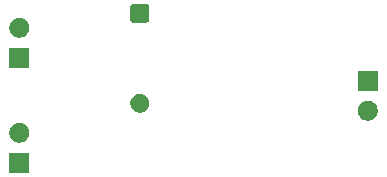
<source format=gbr>
%TF.GenerationSoftware,KiCad,Pcbnew,9.0.2*%
%TF.CreationDate,2025-06-14T21:55:15+08:00*%
%TF.ProjectId,Tiny Solar Supply,54696e79-2053-46f6-9c61-722053757070,rev?*%
%TF.SameCoordinates,Original*%
%TF.FileFunction,Soldermask,Bot*%
%TF.FilePolarity,Negative*%
%FSLAX46Y46*%
G04 Gerber Fmt 4.6, Leading zero omitted, Abs format (unit mm)*
G04 Created by KiCad (PCBNEW 9.0.2) date 2025-06-14 21:55:15*
%MOMM*%
%LPD*%
G01*
G04 APERTURE LIST*
G04 APERTURE END LIST*
G36*
X79530000Y-101185000D02*
G01*
X77830000Y-101185000D01*
X77830000Y-99485000D01*
X79530000Y-99485000D01*
X79530000Y-101185000D01*
G37*
G36*
X78926742Y-96981601D02*
G01*
X79080687Y-97045367D01*
X79219234Y-97137941D01*
X79337059Y-97255766D01*
X79429633Y-97394313D01*
X79493399Y-97548258D01*
X79525907Y-97711685D01*
X79525907Y-97878315D01*
X79493399Y-98041742D01*
X79429633Y-98195687D01*
X79337059Y-98334234D01*
X79219234Y-98452059D01*
X79080687Y-98544633D01*
X78926742Y-98608399D01*
X78763315Y-98640907D01*
X78596685Y-98640907D01*
X78433258Y-98608399D01*
X78279313Y-98544633D01*
X78140766Y-98452059D01*
X78022941Y-98334234D01*
X77930367Y-98195687D01*
X77866601Y-98041742D01*
X77834093Y-97878315D01*
X77834093Y-97711685D01*
X77866601Y-97548258D01*
X77930367Y-97394313D01*
X78022941Y-97255766D01*
X78140766Y-97137941D01*
X78279313Y-97045367D01*
X78433258Y-96981601D01*
X78596685Y-96949093D01*
X78763315Y-96949093D01*
X78926742Y-96981601D01*
G37*
G36*
X108434542Y-95117401D02*
G01*
X108588487Y-95181167D01*
X108727034Y-95273741D01*
X108844859Y-95391566D01*
X108937433Y-95530113D01*
X109001199Y-95684058D01*
X109033707Y-95847485D01*
X109033707Y-96014115D01*
X109001199Y-96177542D01*
X108937433Y-96331487D01*
X108844859Y-96470034D01*
X108727034Y-96587859D01*
X108588487Y-96680433D01*
X108434542Y-96744199D01*
X108271115Y-96776707D01*
X108104485Y-96776707D01*
X107941058Y-96744199D01*
X107787113Y-96680433D01*
X107648566Y-96587859D01*
X107530741Y-96470034D01*
X107438167Y-96331487D01*
X107374401Y-96177542D01*
X107341893Y-96014115D01*
X107341893Y-95847485D01*
X107374401Y-95684058D01*
X107438167Y-95530113D01*
X107530741Y-95391566D01*
X107648566Y-95273741D01*
X107787113Y-95181167D01*
X107941058Y-95117401D01*
X108104485Y-95084893D01*
X108271115Y-95084893D01*
X108434542Y-95117401D01*
G37*
G36*
X89119728Y-94526948D02*
G01*
X89264617Y-94586963D01*
X89395015Y-94674092D01*
X89505908Y-94784985D01*
X89593037Y-94915383D01*
X89653052Y-95060272D01*
X89683648Y-95214086D01*
X89683648Y-95370914D01*
X89653052Y-95524728D01*
X89593037Y-95669617D01*
X89505908Y-95800015D01*
X89395015Y-95910908D01*
X89264617Y-95998037D01*
X89119728Y-96058052D01*
X88965914Y-96088648D01*
X88809086Y-96088648D01*
X88655272Y-96058052D01*
X88510383Y-95998037D01*
X88379985Y-95910908D01*
X88269092Y-95800015D01*
X88181963Y-95669617D01*
X88121948Y-95524728D01*
X88091352Y-95370914D01*
X88091352Y-95214086D01*
X88121948Y-95060272D01*
X88181963Y-94915383D01*
X88269092Y-94784985D01*
X88379985Y-94674092D01*
X88510383Y-94586963D01*
X88655272Y-94526948D01*
X88809086Y-94496352D01*
X88965914Y-94496352D01*
X89119728Y-94526948D01*
G37*
G36*
X109037800Y-94240800D02*
G01*
X107337800Y-94240800D01*
X107337800Y-92540800D01*
X109037800Y-92540800D01*
X109037800Y-94240800D01*
G37*
G36*
X79530000Y-92295000D02*
G01*
X77830000Y-92295000D01*
X77830000Y-90595000D01*
X79530000Y-90595000D01*
X79530000Y-92295000D01*
G37*
G36*
X78926742Y-88091601D02*
G01*
X79080687Y-88155367D01*
X79219234Y-88247941D01*
X79337059Y-88365766D01*
X79429633Y-88504313D01*
X79493399Y-88658258D01*
X79525907Y-88821685D01*
X79525907Y-88988315D01*
X79493399Y-89151742D01*
X79429633Y-89305687D01*
X79337059Y-89444234D01*
X79219234Y-89562059D01*
X79080687Y-89654633D01*
X78926742Y-89718399D01*
X78763315Y-89750907D01*
X78596685Y-89750907D01*
X78433258Y-89718399D01*
X78279313Y-89654633D01*
X78140766Y-89562059D01*
X78022941Y-89444234D01*
X77930367Y-89305687D01*
X77866601Y-89151742D01*
X77834093Y-88988315D01*
X77834093Y-88821685D01*
X77866601Y-88658258D01*
X77930367Y-88504313D01*
X78022941Y-88365766D01*
X78140766Y-88247941D01*
X78279313Y-88155367D01*
X78433258Y-88091601D01*
X78596685Y-88059093D01*
X78763315Y-88059093D01*
X78926742Y-88091601D01*
G37*
G36*
X89442350Y-86873464D02*
G01*
X89492540Y-86879287D01*
X89509689Y-86886859D01*
X89533171Y-86891530D01*
X89558310Y-86908327D01*
X89578196Y-86917108D01*
X89591777Y-86930689D01*
X89614277Y-86945723D01*
X89629310Y-86968222D01*
X89642891Y-86981803D01*
X89651670Y-87001686D01*
X89668470Y-87026829D01*
X89673141Y-87050312D01*
X89680712Y-87067459D01*
X89686533Y-87117639D01*
X89687500Y-87122500D01*
X89687500Y-88222500D01*
X89686532Y-88227363D01*
X89680712Y-88277540D01*
X89673141Y-88294685D01*
X89668470Y-88318171D01*
X89651669Y-88343315D01*
X89642891Y-88363196D01*
X89629312Y-88376774D01*
X89614277Y-88399277D01*
X89591774Y-88414312D01*
X89578196Y-88427891D01*
X89558315Y-88436669D01*
X89533171Y-88453470D01*
X89509685Y-88458141D01*
X89492540Y-88465712D01*
X89442361Y-88471532D01*
X89437500Y-88472500D01*
X88337500Y-88472500D01*
X88332638Y-88471532D01*
X88282459Y-88465712D01*
X88265312Y-88458141D01*
X88241829Y-88453470D01*
X88216686Y-88436670D01*
X88196803Y-88427891D01*
X88183222Y-88414310D01*
X88160723Y-88399277D01*
X88145689Y-88376777D01*
X88132108Y-88363196D01*
X88123327Y-88343310D01*
X88106530Y-88318171D01*
X88101859Y-88294689D01*
X88094287Y-88277540D01*
X88088464Y-88227349D01*
X88087500Y-88222500D01*
X88087500Y-87122500D01*
X88088464Y-87117650D01*
X88094287Y-87067459D01*
X88101859Y-87050308D01*
X88106530Y-87026829D01*
X88123326Y-87001691D01*
X88132108Y-86981803D01*
X88145691Y-86968219D01*
X88160723Y-86945723D01*
X88183219Y-86930691D01*
X88196803Y-86917108D01*
X88216691Y-86908326D01*
X88241829Y-86891530D01*
X88265308Y-86886859D01*
X88282459Y-86879287D01*
X88332651Y-86873464D01*
X88337500Y-86872500D01*
X89437500Y-86872500D01*
X89442350Y-86873464D01*
G37*
M02*

</source>
